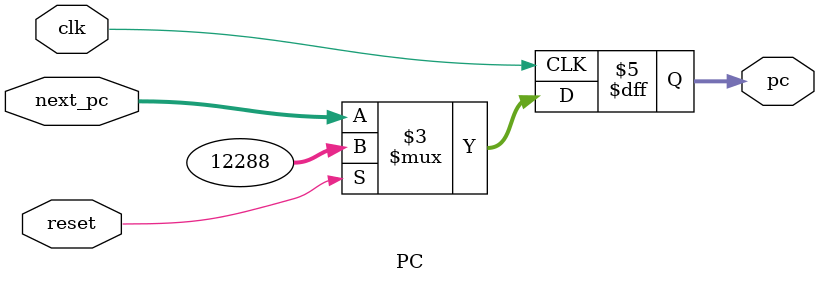
<source format=v>
`timescale 1ns / 1ps
module PC(
    input clk,
    input reset,
    input [31:0] next_pc,
    output reg [31:0] pc
    );
	 always@(posedge clk)begin
		if(reset)begin
		  pc<=32'h00003000;
		end
		else begin
		  pc<=next_pc;
		end
	 end
endmodule


</source>
